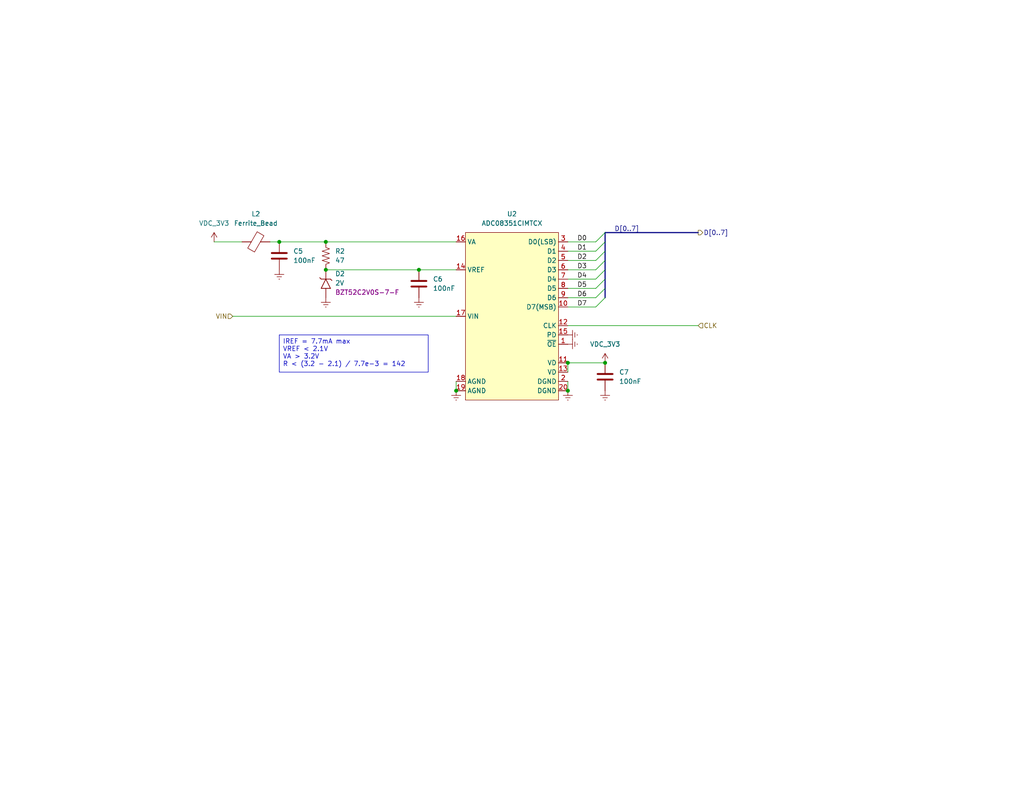
<source format=kicad_sch>
(kicad_sch (version 20231120) (generator "eeschema") (generator_version "8.0")
  (paper "A")
  (lib_symbols
    (symbol "bh:ADC08351CIMTCX" (exclude_from_sim yes)
      (property "Reference" "U" (at 0 0 0))
      (property "Value" "ADC08351CIMTCX" (at 0 0 0))
      (symbol "ADC08351CIMTCX_1_1"
        (rectangle (start 0 0) (end 25.4 -45.72) (fill (type background)))
        (pin input line (at 27.94 -30.48 180) (length 2.54) (name "~{OE}") (number "1"))
        (pin output line (at 27.94 -20.32 180) (length 2.54) (name "D7(MSB)") (number "10"))
        (pin power_in line (at 27.94 -35.56 180) (length 2.54) (name "VD") (number "11"))
        (pin input line (at 27.94 -25.4 180) (length 2.54) (name "CLK") (number "12"))
        (pin power_in line (at 27.94 -38.1 180) (length 2.54) (name "VD") (number "13"))
        (pin input line (at -2.54 -10.16 0) (length 2.54) (name "VREF") (number "14"))
        (pin input line (at 27.94 -27.94 180) (length 2.54) (name "PD") (number "15"))
        (pin power_in line (at -2.54 -2.54 0) (length 2.54) (name "VA") (number "16"))
        (pin input line (at -2.54 -22.86 0) (length 2.54) (name "VIN") (number "17"))
        (pin power_in line (at -2.54 -40.64 0) (length 2.54) (name "AGND") (number "18"))
        (pin power_in line (at -2.54 -43.18 0) (length 2.54) (name "AGND") (number "19"))
        (pin power_in line (at 27.94 -40.64 180) (length 2.54) (name "DGND") (number "2"))
        (pin power_in line (at 27.94 -43.18 180) (length 2.54) (name "DGND") (number "20"))
        (pin output line (at 27.94 -2.54 180) (length 2.54) (name "D0(LSB)") (number "3"))
        (pin output line (at 27.94 -5.08 180) (length 2.54) (name "D1") (number "4"))
        (pin output line (at 27.94 -7.62 180) (length 2.54) (name "D2") (number "5"))
        (pin output line (at 27.94 -10.16 180) (length 2.54) (name "D3") (number "6"))
        (pin output line (at 27.94 -12.7 180) (length 2.54) (name "D4") (number "7"))
        (pin output line (at 27.94 -15.24 180) (length 2.54) (name "D5") (number "8"))
        (pin output line (at 27.94 -17.78 180) (length 2.54) (name "D6") (number "9"))
      )
    )
    (symbol "bh:C" (pin_numbers hide) (pin_names (offset 0.254))
      (property "Reference" "C" (at 0.635 2.54 0))
      (property "Value" "C" (at 0.635 -2.54 0))
      (symbol "C_0_1"
        (polyline (pts (xy -2.032 -0.762) (xy 2.032 -0.762)) (stroke (width 0.508)))
        (polyline (pts (xy -2.032 0.762) (xy 2.032 0.762)) (stroke (width 0.508)))
      )
      (symbol "C_1_1"
        (pin passive line (at 0 3.81 270) (length 2.794) (name "~") (number "1"))
        (pin passive line (at 0 -3.81 90) (length 2.794) (name "~") (number "2"))
      )
    )
    (symbol "bh:D_ZENER" (pin_numbers hide) (pin_names (offset 1.016) hide)
      (property "Reference" "D" (at 0 2.54 0))
      (symbol "D_ZENER_0_1"
        (polyline (pts (xy -1.27 -1.27) (xy -1.651 -1.651)) (stroke (width 0.2032)))
        (polyline (pts (xy -1.27 1.27) (xy -1.27 -1.27)) (stroke (width 0.2032)))
        (polyline (pts (xy -1.27 1.27) (xy -0.889 1.651)) (stroke (width 0.2032)))
        (polyline (pts (xy 1.27 1.27) (xy 1.27 -1.27) (xy -1.27 0) (xy 1.27 1.27)) (stroke (width 0.2032)))
      )
      (symbol "D_ZENER_1_1"
        (pin passive line (at 3.81 0 180) (length 2.54) (name "A") (number "A"))
        (pin passive line (at -3.81 0 0) (length 2.54) (name "K") (number "K"))
      )
    )
    (symbol "bh:Ferrite_Bead" (pin_numbers hide) (pin_names (offset 0))
      (property "Reference" "L" (at -3.81 0.635 90))
      (property "Value" "Ferrite_Bead" (at 3.81 0 90))
      (symbol "Ferrite_Bead_0_1"
        (polyline (pts (xy 0 -1.27) (xy 0 -1.2192)))
        (polyline (pts (xy 0 1.27) (xy 0 1.2954)))
        (polyline (pts (xy -2.7686 0.4064) (xy -1.7018 2.2606) (xy 2.7686 -0.3048) (xy 1.6764 -2.159) (xy -2.7686 0.4064)))
      )
      (symbol "Ferrite_Bead_1_1"
        (pin passive line (at 0 3.81 270) (length 2.54) (name "~") (number "1"))
        (pin passive line (at 0 -3.81 90) (length 2.54) (name "~") (number "2"))
      )
    )
    (symbol "bh:GND" (power) (pin_names (offset 0))
      (symbol "GND_0_1"
        (polyline (pts (xy -0.635 -1.905) (xy 0.635 -1.905)))
        (polyline (pts (xy -0.127 -2.54) (xy 0.127 -2.54)))
        (polyline (pts (xy 0 -1.27) (xy 0 0)))
        (polyline (pts (xy 1.27 -1.27) (xy -1.27 -1.27)))
      )
      (symbol "GND_1_1"
        (pin power_in line (at 0 0 90) (length 0) hide (name "GND") (number "1"))
      )
    )
    (symbol "bh:R" (pin_numbers hide) (pin_names (offset 0))
      (property "Reference" "R" (at 2.032 0 90))
      (property "Value" "R" (at -1.905 0 90))
      (symbol "R_0_1"
        (polyline (pts (xy 0 -2.54) (xy 0 -2.286) (xy 1.016 -1.905) (xy -1.016 -1.27) (xy 1.016 -0.635) (xy -1.016 0) (xy 1.016 0.635) (xy -1.016 1.27) (xy 1.016 1.905) (xy 0 2.286) (xy 0 2.54)))
      )
      (symbol "R_1_1"
        (pin passive line (at 0 3.81 270) (length 1.27) (name "~") (number "1"))
        (pin passive line (at 0 -3.81 90) (length 1.27) (name "~") (number "2"))
      )
    )
    (symbol "bh:VDC_3V3" (power) (pin_names (offset 0))
      (property "Value" "VDC_3V3" (at 0 3.556 0))
      (symbol "VDC_3V3_0_1"
        (polyline (pts (xy -0.762 1.27) (xy 0 2.54)))
        (polyline (pts (xy 0 0) (xy 0 2.54)))
        (polyline (pts (xy 0 2.54) (xy 0.762 1.27)))
      )
      (symbol "VDC_3V3_1_1"
        (pin power_in line (at 0 0 90) (length 0) hide (name "VDC_3V3") (number "1"))
      )
    )
  )
  (junction (at 88.9 73.66))
  (junction (at 88.9 66.04))
  (junction (at 154.94 106.68))
  (junction (at 165.1 99.06))
  (junction (at 124.46 106.68))
  (junction (at 114.3 73.66))
  (junction (at 76.2 66.04))
  (junction (at 154.94 99.06))
  (bus_entry (at 162.56 76.2) (size 2.54 -2.54))
  (bus_entry (at 162.56 78.74) (size 2.54 -2.54))
  (bus_entry (at 162.56 81.28) (size 2.54 -2.54))
  (bus_entry (at 162.56 71.12) (size 2.54 -2.54))
  (bus_entry (at 162.56 83.82) (size 2.54 -2.54))
  (bus_entry (at 162.56 68.58) (size 2.54 -2.54))
  (bus_entry (at 162.56 73.66) (size 2.54 -2.54))
  (bus_entry (at 162.56 66.04) (size 2.54 -2.54))
  (wire (pts (xy 154.94 66.04) (xy 162.56 66.04)))
  (wire (pts (xy 88.9 66.04) (xy 124.46 66.04)))
  (wire (pts (xy 88.9 73.66) (xy 114.3 73.66)))
  (wire (pts (xy 154.94 68.58) (xy 162.56 68.58)))
  (wire (pts (xy 73.66 66.04) (xy 76.2 66.04)))
  (wire (pts (xy 63.5 86.36) (xy 124.46 86.36)))
  (wire (pts (xy 154.94 78.74) (xy 162.56 78.74)))
  (wire (pts (xy 58.42 66.04) (xy 66.04 66.04)))
  (wire (pts (xy 154.94 83.82) (xy 162.56 83.82)))
  (bus (pts (xy 165.1 73.66) (xy 165.1 71.12)))
  (bus (pts (xy 165.1 76.2) (xy 165.1 73.66)))
  (wire (pts (xy 154.94 104.14) (xy 154.94 106.68)))
  (bus (pts (xy 165.1 63.5) (xy 190.5 63.5)))
  (wire (pts (xy 76.2 66.04) (xy 88.9 66.04)))
  (wire (pts (xy 154.94 99.06) (xy 165.1 99.06)))
  (wire (pts (xy 154.94 76.2) (xy 162.56 76.2)))
  (bus (pts (xy 165.1 68.58) (xy 165.1 66.04)))
  (wire (pts (xy 154.94 88.9) (xy 190.5 88.9)))
  (wire (pts (xy 154.94 73.66) (xy 162.56 73.66)))
  (wire (pts (xy 124.46 104.14) (xy 124.46 106.68)))
  (bus (pts (xy 165.1 81.28) (xy 165.1 78.74)))
  (wire (pts (xy 154.94 71.12) (xy 162.56 71.12)))
  (bus (pts (xy 165.1 71.12) (xy 165.1 68.58)))
  (bus (pts (xy 165.1 66.04) (xy 165.1 63.5)))
  (bus (pts (xy 165.1 78.74) (xy 165.1 76.2)))
  (wire (pts (xy 114.3 73.66) (xy 124.46 73.66)))
  (wire (pts (xy 154.94 81.28) (xy 162.56 81.28)))
  (wire (pts (xy 154.94 99.06) (xy 154.94 101.6)))
  (text_box "IREF = 7.7mA max\nVREF < 2.1V\nVA > 3.2V\nR < (3.2 - 2.1) / 7.7e-3 = 142" (at 76.2 91.44 0) (size 40.64 10.16) (effects (font (size 1.27 1.27)) (justify left top)))
  (label "D7" (at 157.48 83.82 0))
  (label "D0" (at 157.48 66.04 0))
  (label "D2" (at 157.48 71.12 0))
  (label "D1" (at 157.48 68.58 0))
  (label "D4" (at 157.48 76.2 0))
  (label "D[0..7]" (at 167.64 63.5 0))
  (label "D5" (at 157.48 78.74 0))
  (label "D3" (at 157.48 73.66 0))
  (label "D6" (at 157.48 81.28 0))
  (hierarchical_label "VIN" (shape input) (at 63.5 86.36 180))
  (hierarchical_label "D[0..7]" (shape output) (at 190.5 63.5 0))
  (hierarchical_label "CLK" (shape input) (at 190.5 88.9 0))
  (symbol (lib_id "bh:GND") (at 165.1 106.68 0) (unit 1)
    (property "Reference" "#PWR011" (effects (hide yes)))
    (property "Value" "GND" (effects (hide yes)))
    (property "Description" "Power Symbol" (effects (hide yes)))
    (instances (project "pluto_shield" (path "" (reference "#PWR028") (unit 1)) (path "" (reference "#PWR011") (unit 1))))
  )
  (symbol (lib_id "bh:ADC08351CIMTCX") (at 127 63.5 0) (unit 1) (exclude_from_sim yes)
    (property "Reference" "U1" (at 139.7 58.42 0))
    (property "Value" "ADC08351CIMTCX" (at 139.7 60.96 0))
    (property "Footprint" "common:SOP20_TI_PW0020A" (effects (hide yes)))
    (property "Datasheet" "https://www.ti.com/lit/ds/symlink/adc08351.pdf" (effects (hide yes)))
    (property "Description" "ADC, 8bit, parallel, 20TSSOP" (effects (hide yes)))
    (property "Manufacturer" "Texas Instruments" (effects (hide yes)))
    (property "ManufacturerPartNumber" "ADC08351CIMTCX/NOPB" (effects (hide yes)))
    (instances (project "pluto_shield" (path "" (reference "U2") (unit 1)) (path "" (reference "U1") (unit 1))))
  )
  (symbol (lib_id "bh:VDC_3V3") (at 58.42 66.04 0) (unit 1)
    (property "Reference" "#PWR020" (effects (hide yes)))
    (property "Value" "VDC_3V3" (at 58.42 60.96 0))
    (property "Description" "Power Symbol" (effects (hide yes)))
    (instances (project "pluto_shield" (path "" (reference "#PWR020") (unit 1)) (path "" (reference "#PWR019") (unit 1))))
  )
  (symbol (lib_id "bh:GND") (at 154.94 93.98 90) (unit 1)
    (property "Reference" "#PWR014" (effects (hide yes)))
    (property "Value" "GND" (effects (hide yes)))
    (property "Description" "Power Symbol" (effects (hide yes)))
    (instances (project "pluto_shield" (path "" (reference "#PWR026") (unit 1)) (path "" (reference "#PWR014") (unit 1))))
  )
  (symbol (lib_id "bh:VDC_3V3") (at 165.1 99.06 0) (unit 1)
    (property "Reference" "#PWR029" (effects (hide yes)))
    (property "Value" "VDC_3V3" (at 165.1 93.98 0))
    (property "Description" "Power Symbol" (effects (hide yes)))
    (instances (project "pluto_shield" (path "" (reference "#PWR029") (unit 1)) (path "" (reference "#PWR013") (unit 1))))
  )
  (symbol (lib_id "bh:Ferrite_Bead") (at 69.85 66.04 90) (unit 1)
    (property "Reference" "L2" (at 69.7992 58.42 90))
    (property "Value" "Ferrite_Bead" (at 69.7992 60.96 90))
    (property "Footprint" "common:R0402" (effects (hide yes)))
    (property "Description" "Ferrite" (effects (hide yes)))
    (instances (project "pluto_shield" (path "" (reference "L2") (unit 1)) (path "" (reference "L1") (unit 1))))
  )
  (symbol (lib_id "bh:GND") (at 114.3 81.28 0) (unit 1)
    (property "Reference" "#PWR018" (effects (hide yes)))
    (property "Value" "GND" (effects (hide yes)))
    (property "Description" "Power Symbol" (effects (hide yes)))
    (instances (project "pluto_shield" (path "" (reference "#PWR023") (unit 1)) (path "" (reference "#PWR018") (unit 1))))
  )
  (symbol (lib_id "bh:R") (at 88.9 69.85 0) (unit 1)
    (property "Reference" "R2" (at 91.44 68.5799 0) (effects (justify left)))
    (property "Value" "47" (at 91.44 71.1199 0) (effects (justify left)))
    (property "Footprint" "common:R0402" (effects (hide yes)))
    (property "Description" "Resistor" (effects (hide yes)))
    (property "FieldName" "Value" (effects (hide yes)))
    (property "Sim.Device" "R" (effects (hide yes)))
    (property "Sim.Pins" "1=+ 2=-" (effects (hide yes)))
    (instances (project "pluto_shield" (path "" (reference "R2") (unit 1)) (path "" (reference "R1") (unit 1))))
  )
  (symbol (lib_id "bh:C") (at 76.2 69.85 0) (unit 1)
    (property "Reference" "C3" (at 80.01 68.5799 0) (effects (justify left)))
    (property "Value" "100nF" (at 80.01 71.1199 0) (effects (justify left)))
    (property "Footprint" "common:C0402" (effects (hide yes)))
    (property "Description" "Capacitor" (effects (hide yes)))
    (property "FieldName" "Value" (effects (hide yes)))
    (property "Sim.Device" "C" (effects (hide yes)))
    (property "Sim.Pins" "1=+ 2=-" (effects (hide yes)))
    (instances (project "pluto_shield" (path "" (reference "C5") (unit 1)) (path "" (reference "C3") (unit 1))))
  )
  (symbol (lib_id "bh:GND") (at 76.2 73.66 0) (unit 1)
    (property "Reference" "#PWR016" (effects (hide yes)))
    (property "Value" "GND" (effects (hide yes)))
    (property "Description" "Power Symbol" (effects (hide yes)))
    (instances (project "pluto_shield" (path "" (reference "#PWR021") (unit 1)) (path "" (reference "#PWR016") (unit 1))))
  )
  (symbol (lib_id "bh:GND") (at 88.9 81.28 0) (unit 1)
    (property "Reference" "#PWR017" (effects (hide yes)))
    (property "Value" "GND" (effects (hide yes)))
    (property "Description" "Power Symbol" (effects (hide yes)))
    (instances (project "pluto_shield" (path "" (reference "#PWR022") (unit 1)) (path "" (reference "#PWR017") (unit 1))))
  )
  (symbol (lib_id "bh:GND") (at 124.46 106.68 0) (unit 1)
    (property "Reference" "#PWR024" (effects (hide yes)))
    (property "Value" "GND" (effects (hide yes)))
    (property "Description" "Power Symbol" (effects (hide yes)))
    (instances (project "pluto_shield" (path "" (reference "#PWR024") (unit 1)) (path "" (reference "#PWR09") (unit 1))))
  )
  (symbol (lib_id "bh:GND") (at 154.94 106.68 0) (unit 1)
    (property "Reference" "#PWR027" (effects (hide yes)))
    (property "Value" "GND" (effects (hide yes)))
    (property "Description" "Power Symbol" (effects (hide yes)))
    (instances (project "pluto_shield" (path "" (reference "#PWR027") (unit 1)) (path "" (reference "#PWR010") (unit 1))))
  )
  (symbol (lib_id "bh:C") (at 165.1 102.87 0) (unit 1)
    (property "Reference" "C7" (at 168.91 101.5999 0) (effects (justify left)))
    (property "Value" "100nF" (at 168.91 104.1399 0) (effects (justify left)))
    (property "Footprint" "common:C0402" (effects (hide yes)))
    (property "Description" "Capacitor" (effects (hide yes)))
    (property "FieldName" "Value" (effects (hide yes)))
    (property "Sim.Device" "C" (effects (hide yes)))
    (property "Sim.Pins" "1=+ 2=-" (effects (hide yes)))
    (instances (project "pluto_shield" (path "" (reference "C7") (unit 1)) (path "" (reference "C1") (unit 1))))
  )
  (symbol (lib_id "bh:GND") (at 154.94 91.44 90) (unit 1)
    (property "Reference" "#PWR015" (effects (hide yes)))
    (property "Value" "GND" (effects (hide yes)))
    (property "Description" "Power Symbol" (effects (hide yes)))
    (instances (project "pluto_shield" (path "" (reference "#PWR025") (unit 1)) (path "" (reference "#PWR015") (unit 1))))
  )
  (symbol (lib_id "bh:C") (at 114.3 77.47 0) (unit 1)
    (property "Reference" "C4" (at 118.11 76.1999 0) (effects (justify left)))
    (property "Value" "100nF" (at 118.11 78.7399 0) (effects (justify left)))
    (property "Footprint" "common:C0402" (effects (hide yes)))
    (property "Description" "Capacitor" (effects (hide yes)))
    (property "FieldName" "Value" (effects (hide yes)))
    (property "Sim.Device" "C" (effects (hide yes)))
    (property "Sim.Pins" "1=+ 2=-" (effects (hide yes)))
    (instances (project "pluto_shield" (path "" (reference "C6") (unit 1)) (path "" (reference "C4") (unit 1))))
  )
  (symbol (lib_id "bh:D_ZENER") (at 88.9 77.47 270) (unit 1)
    (property "Reference" "D2" (at 91.44 74.7394 90) (effects (justify left)))
    (property "Value" "2V" (at 91.44 77.2794 90) (effects (justify left)))
    (property "Footprint" "common:SOD-323" (effects (hide yes)))
    (property "Description" "Diode, Zener" (effects (hide yes)))
    (property "mfr" "Diodes Incorporated" (effects (hide yes)))
    (property "mpn" "BZT52C2V0S-7-F" (at 91.44 79.8194 90) (effects (justify left)))
    (instances (project "pluto_shield" (path "" (reference "D2") (unit 1)) (path "" (reference "D1") (unit 1))))
  )
)
</source>
